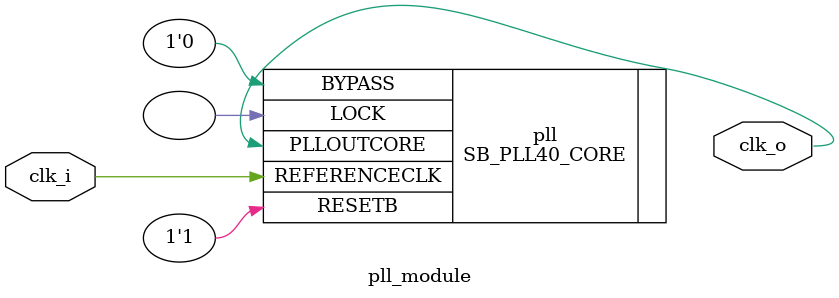
<source format=v>
module top(
    CLK_i,
    D1,
    D2,
    D3,
    D4,
    D5
);

input CLK_i;
output D1;
output D2;
output D3;
output D4;
output D5;

wire pll_clk_o;
reg [24:0] counter = 0;

initial begin
    counter <= 0;
end



assign D1 = counter[24];
assign D2 = counter[23];
assign D3 = counter[22];
assign D4 = counter[21];
assign D5 = counter[20];

pll_module pll_mull(
    .clk_i(CLK_i),
    .clk_o(pll_clk_o)
);

always @(posedge pll_clk_o) begin
    counter <= counter + 1;    
end

endmodule

// PLL module  120MHz out, 12MHz input base clock
module pll_module (
    input clk_i,
    output clk_o
); 
    SB_PLL40_CORE #(
        .FEEDBACK_PATH("SIMPLE"), // Don't use fine delay adjustment 
        .PLLOUT_SELECT("GENCLK"), // No phase shift on output 
        .DIVR(4'b0000),           // Reference clock divider 
        .DIVF(7'b1001111),        // Feedback divider 
        .DIVQ(3'b011),            // VCO clock divider  
        .FILTER_RANGE(3'b001)     // Filter range   
    ) pll (
        .REFERENCECLK(clk_i),     // Clock input 
        .PLLOUTCORE(clk_o),       // Clock output 
        .LOCK(),                  // Locked signal 
        .RESETB(1'b1),            // Active low reset   
        .BYPASS(1'b0)             // No bypass, use PLL signal as outputl 
    ); 
endmodule
</source>
